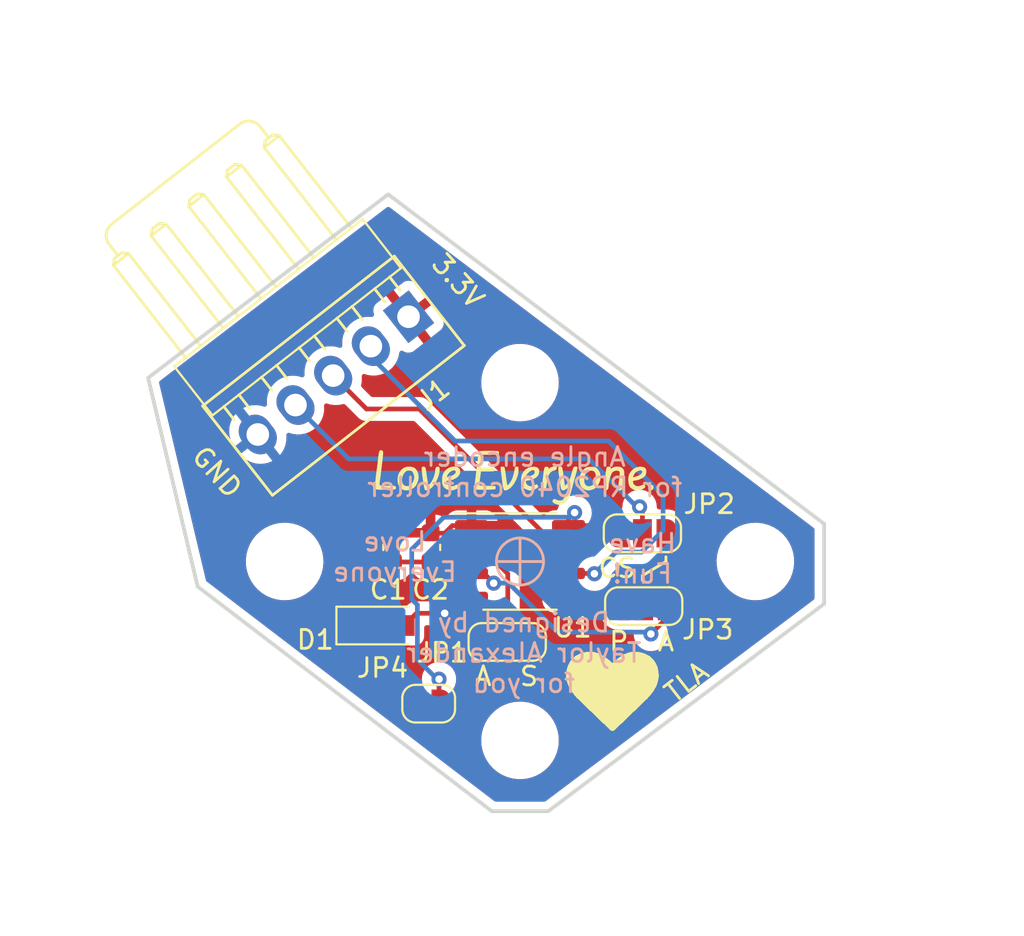
<source format=kicad_pcb>
(kicad_pcb (version 20211014) (generator pcbnew)
  (layers (0 "F.Cu" signal) (31 "B.Cu" signal) (34 "B.Paste" user) (35 "F.Paste" user) (36 "B.SilkS" user "B.Silkscreen") (37 "F.SilkS" user "F.Silkscreen") (38 "B.Mask" user) (39 "F.Mask" user) (44 "Edge.Cuts" user))
  (net 0 "")
  (net 1 "GND")
  (net 2 "+3V3")
  (net 3 "SPI0RX{slash}A")
  (net 4 "SPI0CS{slash}B")
  (net 5 "SPI0SCK{slash}C")
  (net 6 "Net-(JP1-Pad2)")
  (net 7 "Net-(JP3-Pad1)")
  (net 8 "Net-(JP3-Pad3)")
  (net 9 "Net-(JP4-Pad2)")
  (net 10 "Net-(JP3-Pad2)")
  (footprint "Capacitor_SMD:C_0603_1608Metric" (layer "F.Cu") (at 143.25 99.25 90)
    (fp_text reference "C1" (at -2.25 -0.25 180) (layer "F.SilkS"))
    (fp_text value "1u")
    (pad "1" smd roundrect locked (at -0.775 0 90) (size 0.9 0.95) (layers "F.Cu" "F.Paste" "F.Mask") (net 1 "GND"))
    (pad "2" smd roundrect locked (at 0.775 0 90) (size 0.9 0.95) (layers "F.Cu" "F.Paste" "F.Mask") (net 2 "+3V3"))
  )
  (footprint "Jumper:SolderJumper-3_P1.3mm_Open_RoundedPad1.0x1.5mm_NumberLabels" (layer "F.Cu") (at 156.57 102.37)
    (fp_text reference "JP3" (at 3.4 1.25) (layer "F.SilkS"))
    (fp_text value "SolderJumper_3_Open" hide)
    (pad "1" smd custom locked (at -1.3 0) (size 1 0.5) (layers "F.Cu" "F.Mask") (net 7 "Net-(JP3-Pad1)") (options (clearance outline) (anchor rect)) (primitives (gr_circle (center 0 0.25) (end 0.5 0.25) (width 0) (fill yes)) (gr_circle (center 0 -0.25) (end 0.5 -0.25) (width 0) (fill yes)) (gr_poly (pts (xy 0.55 0.75) (xy 0 0.75) (xy 0 -0.75) (xy 0.55 -0.75)) (width 0) (fill yes))))
    (pad "2" smd rect locked (at 0 0) (size 1 1.5) (layers "F.Cu" "F.Mask") (net 10 "Net-(JP3-Pad2)"))
    (pad "3" smd custom locked (at 1.3 0) (size 1 0.5) (layers "F.Cu" "F.Mask") (net 8 "Net-(JP3-Pad3)") (options (clearance outline) (anchor rect)) (primitives (gr_circle (center 0 0.25) (end 0.5 0.25) (width 0) (fill yes)) (gr_circle (center 0 -0.25) (end 0.5 -0.25) (width 0) (fill yes)) (gr_poly (pts (xy 0 0.75) (xy -0.55 0.75) (xy -0.55 -0.75) (xy 0 -0.75)) (width 0) (fill yes))))
  )
  (footprint "Jumper:SolderJumper-2_P1.3mm_Open_RoundedPad1.0x1.5mm" (layer "F.Cu") (at 145.15 107.55)
    (fp_text reference "JP4" (at -2.45 -1.9) (layer "F.SilkS"))
    (fp_text value "SolderJumper_2_Open")
    (pad "1" smd custom locked (at -0.65 0) (size 1 0.5) (layers "F.Cu" "F.Mask") (net 2 "+3V3") (options (clearance outline) (anchor rect)) (primitives (gr_circle (center 0 0.25) (end 0.5 0.25) (width 0) (fill yes)) (gr_circle (center 0 -0.25) (end 0.5 -0.25) (width 0) (fill yes)) (gr_poly (pts (xy 0.5 0.75) (xy 0 0.75) (xy 0 -0.75) (xy 0.5 -0.75)) (width 0) (fill yes))))
    (pad "2" smd custom locked (at 0.65 0) (size 1 0.5) (layers "F.Cu" "F.Mask") (net 9 "Net-(JP4-Pad2)") (options (clearance outline) (anchor rect)) (primitives (gr_circle (center 0 0.25) (end 0.5 0.25) (width 0) (fill yes)) (gr_circle (center 0 -0.25) (end 0.5 -0.25) (width 0) (fill yes)) (gr_poly (pts (xy 0 0.75) (xy -0.5 0.75) (xy -0.5 -0.75) (xy 0 -0.75)) (width 0) (fill yes))))
  )
  (footprint "Jumper:SolderJumper-3_P1.3mm_Open_RoundedPad1.0x1.5mm_NumberLabels" (layer "F.Cu") (at 156.5 98.5)
    (fp_text reference "JP2" (at 3.55 -1.55 180) (layer "F.SilkS"))
    (fp_text value "SolderJumper_3_Open" hide)
    (pad "1" smd custom locked (at -1.3 0) (size 1 0.5) (layers "F.Cu" "F.Mask") (net 9 "Net-(JP4-Pad2)") (options (clearance outline) (anchor rect)) (primitives (gr_circle (center 0 0.25) (end 0.5 0.25) (width 0) (fill yes)) (gr_circle (center 0 -0.25) (end 0.5 -0.25) (width 0) (fill yes)) (gr_poly (pts (xy 0.55 0.75) (xy 0 0.75) (xy 0 -0.75) (xy 0.55 -0.75)) (width 0) (fill yes))))
    (pad "2" smd rect locked (at 0 0) (size 1 1.5) (layers "F.Cu" "F.Mask") (net 5 "SPI0SCK{slash}C"))
    (pad "3" smd custom locked (at 1.3 0) (size 1 0.5) (layers "F.Cu" "F.Mask") (net 10 "Net-(JP3-Pad2)") (options (clearance outline) (anchor rect)) (primitives (gr_circle (center 0 0.25) (end 0.5 0.25) (width 0) (fill yes)) (gr_circle (center 0 -0.25) (end 0.5 -0.25) (width 0) (fill yes)) (gr_poly (pts (xy 0 0.75) (xy -0.55 0.75) (xy -0.55 -0.75) (xy 0 -0.75)) (width 0) (fill yes))))
  )
  (footprint "Jumper:SolderJumper-3_P1.3mm_Open_RoundedPad1.0x1.5mm_NumberLabels" (layer "F.Cu") (at 149.32 104.27)
    (fp_text reference "JP1" (at -3.45 0.57) (layer "F.SilkS"))
    (fp_text value "SolderJumper_3_Open" hide)
    (pad "1" smd custom locked (at -1.3 0) (size 1 0.5) (layers "F.Cu" "F.Mask") (net 1 "GND") (options (clearance outline) (anchor rect)) (primitives (gr_circle (center 0 0.25) (end 0.5 0.25) (width 0) (fill yes)) (gr_circle (center 0 -0.25) (end 0.5 -0.25) (width 0) (fill yes)) (gr_poly (pts (xy 0.55 0.75) (xy 0 0.75) (xy 0 -0.75) (xy 0.55 -0.75)) (width 0) (fill yes))))
    (pad "2" smd rect locked (at 0 0) (size 1 1.5) (layers "F.Cu" "F.Mask") (net 6 "Net-(JP1-Pad2)"))
    (pad "3" smd custom locked (at 1.3 0) (size 1 0.5) (layers "F.Cu" "F.Mask") (net 2 "+3V3") (options (clearance outline) (anchor rect)) (primitives (gr_circle (center 0 0.25) (end 0.5 0.25) (width 0) (fill yes)) (gr_circle (center 0 -0.25) (end 0.5 -0.25) (width 0) (fill yes)) (gr_poly (pts (xy 0 0.75) (xy -0.55 0.75) (xy -0.55 -0.75) (xy 0 -0.75)) (width 0) (fill yes))))
  )
  (footprint "parts:MountingHole_3.1mm" (layer "F.Cu") (at 162.5 100)
    (fp_text reference "H3" hide)
    (fp_text value "MountingHole")
    (pad "" np_thru_hole circle (at 0 0) (size 3.1 3.1) (drill 3.1) (layers F&B.Cu *.Mask))
  )
  (footprint "parts:MountingHole_3.1mm" (layer "F.Cu") (at 137.5 100)
    (fp_text reference "H4" hide)
    (fp_text value "MountingHole")
    (pad "" np_thru_hole circle (at 0 0) (size 3.1 3.1) (drill 3.1) (layers F&B.Cu *.Mask))
  )
  (footprint "parts:MountingHole_3.1mm" (layer "F.Cu") (at 150 109.5)
    (fp_text reference "H1" hide)
    (fp_text value "MountingHole")
    (pad "" np_thru_hole circle (at 0 0) (size 3.1 3.1) (drill 3.1) (layers F&B.Cu *.Mask))
  )
  (footprint "Diode_SMD:D_SOD-123F" (layer "F.Cu") (at 142.45 103.4)
    (fp_text reference "D1" (at -3.323 0.755) (layer "F.SilkS"))
    (fp_text value "6v")
    (pad "1" smd rect locked (at -1.4 0) (size 1.1 1.1) (layers "F.Cu" "F.Paste" "F.Mask") (net 2 "+3V3"))
    (pad "2" smd rect locked (at 1.4 0) (size 1.1 1.1) (layers "F.Cu" "F.Paste" "F.Mask") (net 1 "GND"))
  )
  (footprint "parts:love_small" (layer "F.Cu") (at 149.746259 95.4716)
    (fp_text reference "U2" hide)
    (fp_text value "love" hide)
  )
  (footprint "parts:Molex_KK-254_1x05_P2.54mm_Horizontal" (layer "F.Cu") (at 144.08 87 -142)
    (fp_text reference "J1" (at 1.509298 -4.06072 -142) (layer "F.SilkS"))
    (fp_text value "Conn_01x05")
    (pad "1" thru_hole rect locked (at 0 0 218) (size 1.74 2.2) (drill 1.2) (layers *.Cu *.Mask) (net 2 "+3V3"))
    (pad "2" thru_hole oval locked (at 2.54 0 218) (size 1.74 2.2) (drill 1.2) (layers *.Cu *.Mask) (net 3 "SPI0RX{slash}A"))
    (pad "3" thru_hole oval locked (at 5.08 0 218) (size 1.74 2.2) (drill 1.2) (layers *.Cu *.Mask) (net 4 "SPI0CS{slash}B"))
    (pad "4" thru_hole oval locked (at 7.62 0 218) (size 1.74 2.2) (drill 1.2) (layers *.Cu *.Mask) (net 5 "SPI0SCK{slash}C"))
    (pad "5" thru_hole oval locked (at 10.16 0 218) (size 1.74 2.2) (drill 1.2) (layers *.Cu *.Mask) (net 1 "GND"))
  )
  (footprint "Capacitor_SMD:C_0603_1608Metric" (layer "F.Cu") (at 145.25 99.25 -90)
    (fp_text reference "C2" (at 2.25 0 180) (layer "F.SilkS"))
    (fp_text value "0.1uF")
    (pad "1" smd roundrect locked (at -0.775 0 270) (size 0.9 0.95) (layers "F.Cu" "F.Paste" "F.Mask") (net 2 "+3V3"))
    (pad "2" smd roundrect locked (at 0.775 0 270) (size 0.9 0.95) (layers "F.Cu" "F.Paste" "F.Mask") (net 1 "GND"))
  )
  (footprint "Package_SO:SO-8_3.9x4.9mm_P1.27mm" (layer "F.Cu") (at 150 100)
    (fp_text reference "U1" (at 2.8 3.515) (layer "F.SilkS"))
    (fp_text value "MT6701")
    (pad "1" smd roundrect locked (at -2.575 -1.905) (size 1.75 0.6) (layers "F.Cu" "F.Paste" "F.Mask") (net 2 "+3V3"))
    (pad "2" smd roundrect locked (at -2.575 -0.635) (size 1.75 0.6) (layers "F.Cu" "F.Paste" "F.Mask") (net 6 "Net-(JP1-Pad2)"))
    (pad "3" smd roundrect locked (at -2.575 0.635) (size 1.75 0.6) (layers "F.Cu" "F.Paste" "F.Mask") (net 8 "Net-(JP3-Pad3)"))
    (pad "4" smd roundrect locked (at -2.575 1.905) (size 1.75 0.6) (layers "F.Cu" "F.Paste" "F.Mask") (net 1 "GND"))
    (pad "5" smd roundrect locked (at 2.575 1.905) (size 1.75 0.6) (layers "F.Cu" "F.Paste" "F.Mask") (net 7 "Net-(JP3-Pad1)"))
    (pad "6" smd roundrect locked (at 2.575 0.635) (size 1.75 0.6) (layers "F.Cu" "F.Paste" "F.Mask") (net 3 "SPI0RX{slash}A"))
    (pad "7" smd roundrect locked (at 2.575 -0.635) (size 1.75 0.6) (layers "F.Cu" "F.Paste" "F.Mask") (net 4 "SPI0CS{slash}B"))
    (pad "8" smd roundrect locked (at 2.575 -1.905) (size 1.75 0.6) (layers "F.Cu" "F.Paste" "F.Mask") (net 9 "Net-(JP4-Pad2)"))
  )
  (footprint "parts:MountingHole_3.1mm" (layer "F.Cu") (at 150 90.5)
    (fp_text reference "H2" hide)
    (fp_text value "MountingHole")
    (pad "" np_thru_hole circle (at 0 0) (size 3.1 3.1) (drill 3.1) (layers F&B.Cu *.Mask))
  )
  (gr_line (start 150 98.75) (end 150 101.25) (layer "B.SilkS") (width 0.15))
  (gr_circle (center 150 100) (end 151 99.25) (layer "B.SilkS") (width 0.15) (fill none))
  (gr_line (start 148.75 100) (end 151.25 100) (layer "B.SilkS") (width 0.15))
  (gr_line (start 147.032909 88.52806) (end 143.326627 83.784235) (layer "F.SilkS") (width 0.15))
  (gr_line (start 147.05 88.52806) (end 136.85181 96.482406) (layer "F.SilkS") (width 0.15))
  (gr_line (start 143.326627 83.784235) (end 133.145528 91.738581) (layer "F.SilkS") (width 0.15))
  (gr_line (start 156.5 101) (end 156.5 100.75) (layer "F.SilkS") (width 0.15))
  (gr_line (start 156.5 100.75) (end 157.75 100) (layer "F.SilkS") (width 0.15))
  (gr_line (start 136.85181 96.482406) (end 133.145528 91.738581) (layer "F.SilkS") (width 0.15))
  (gr_line (start 157.75 100) (end 157.75 99.75) (layer "F.SilkS") (width 0.15))
  (gr_line (start 148.5 113.26) (end 132.88 101.33) (layer "Edge.Cuts") (width 0.2))
  (gr_line (start 143 80.5) (end 166.15 98) (layer "Edge.Cuts") (width 0.2))
  (gr_line (start 151.5 113.26) (end 148.5 113.26) (layer "Edge.Cuts") (width 0.2))
  (gr_line (start 166.15 102.25) (end 151.5 113.26) (layer "Edge.Cuts") (width 0.2))
  (gr_line (start 130.25 90.25) (end 143 80.5) (layer "Edge.Cuts") (width 0.2))
  (gr_line (start 166.15 98) (end 166.15 102.25) (layer "Edge.Cuts") (width 0.2))
  (gr_line (start 132.88 101.33) (end 130.25 90.25) (layer "Edge.Cuts") (width 0.2))
  (gr_text "Designed by\nTaylor Alexander\nfor you" (at 150.2 104.85) (layer "B.SilkS") (effects (font (size 1 1)) (justify mirror)))
  (gr_text "Love\nEveryone" (at 143.35 99.75) (layer "B.SilkS") (effects (font (size 1 1)) (justify mirror)))
  (gr_text "Have\nFun!" (at 156.5 99.85) (layer "B.SilkS") (effects (font (size 1 1)) (justify mirror)))
  (gr_text "Angle encoder\nfor RP2040 controller" (at 150.25 95.25) (layer "B.SilkS") (effects (font (size 1 1)) (justify mirror)))
  (gr_text "A" (at 157.75 104.25) (layer "F.SilkS") (effects (font (size 1 1))))
  (gr_text "CS" (at 155.15 100.35) (layer "F.SilkS") (effects (font (size 1 1))))
  (gr_text "A" (at 148.05 106.09) (layer "F.SilkS") (effects (font (size 1 1))))
  (gr_text "3.3V" (at 146.7 85.1 312) (layer "F.SilkS") (effects (font (size 1 1))))
  (gr_text "S" (at 150.48 106.1) (layer "F.SilkS") (effects (font (size 1 1))))
  (gr_text "TLA" (at 158.85 106.4 38) (layer "F.SilkS") (effects (font (size 1 1))))
  (gr_text "GND" (at 133.9 95.25 312) (layer "F.SilkS") (effects (font (size 1 1))))
  (gr_text "P" (at 155.25 104.25) (layer "F.SilkS") (effects (font (size 1 1))))
  (segment (start 148.025 104.275) (end 146.5 102.75) (width 0.25) (layer "F.Cu") (net 1))
  (segment (start 146.845 101.905) (end 146 102.75) (width 0.25) (layer "F.Cu") (net 1))
  (segment (start 143.25 100.025) (end 145.25 100.025) (width 0.25) (layer "F.Cu") (net 1))
  (segment (start 146 101) (end 146 102.75) (width 0.25) (layer "F.Cu") (net 1))
  (segment (start 144.5 102.75) (end 143.85 103.4) (width 0.25) (layer "F.Cu") (net 1))
  (segment (start 146.5 102.75) (end 146 102.75) (width 0.25) (layer "F.Cu") (net 1))
  (segment (start 146 102.75) (end 144.5 102.75) (width 0.25) (layer "F.Cu") (net 1))
  (segment (start 145.25 100.025) (end 145.25 100.25) (width 0.25) (layer "F.Cu") (net 1))
  (segment (start 145.25 100.25) (end 146 101) (width 0.25) (layer "F.Cu") (net 1))
  (segment (start 147.425 101.905) (end 146.845 101.905) (width 0.25) (layer "F.Cu") (net 1))
  (via (at 146 102.75) (size 0.8) (drill 0.4) (layers "F.Cu" "B.Cu") (net 1))
  (segment (start 146 98.5) (end 145.275 98.5) (width 0.25) (layer "F.Cu") (net 2))
  (segment (start 145.275 98.5) (end 145.25 98.475) (width 0.25) (layer "F.Cu") (net 2))
  (segment (start 146.405 98.095) (end 146 98.5) (width 0.25) (layer "F.Cu") (net 2))
  (segment (start 147.425 98.095) (end 146.405 98.095) (width 0.25) (layer "F.Cu") (net 2))
  (segment (start 152.575 100.635) (end 153.935 100.635) (width 0.25) (layer "F.Cu") (net 3))
  (segment (start 153.935 100.635) (end 153.95 100.65) (width 0.25) (layer "F.Cu") (net 3))
  (via (at 153.95 100.65) (size 0.8) (drill 0.4) (layers "F.Cu" "B.Cu") (net 3))
  (segment (start 156.45 99.5) (end 157.6 98.35) (width 0.25) (layer "B.Cu") (net 3))
  (segment (start 155.1 99.5) (end 156.45 99.5) (width 0.25) (layer "B.Cu") (net 3))
  (segment (start 157.6 98.35) (end 157.6 96.5) (width 0.25) (layer "B.Cu") (net 3))
  (segment (start 142.078453 89.128453) (end 142.078453 88.56378) (width 0.25) (layer "B.Cu") (net 3))
  (segment (start 146.55 93.6) (end 142.078453 89.128453) (width 0.25) (layer "B.Cu") (net 3))
  (segment (start 153.95 100.65) (end 155.1 99.5) (width 0.25) (layer "B.Cu") (net 3))
  (segment (start 157.6 96.5) (end 154.7 93.6) (width 0.25) (layer "B.Cu") (net 3))
  (segment (start 154.7 93.6) (end 146.55 93.6) (width 0.25) (layer "B.Cu") (net 3))
  (segment (start 140.076905 90.576905) (end 140.076905 90.12756) (width 0.25) (layer "F.Cu") (net 4))
  (segment (start 144.65 91.9) (end 141.849345 91.9) (width 0.25) (layer "F.Cu") (net 4))
  (segment (start 152.575 99.365) (end 152.115 99.365) (width 0.25) (layer "F.Cu") (net 4))
  (segment (start 152.115 99.365) (end 144.65 91.9) (width 0.25) (layer "F.Cu") (net 4))
  (segment (start 141.849345 91.9) (end 140.076905 90.12756) (width 0.25) (layer "F.Cu") (net 4))
  (segment (start 156.5 97.25) (end 156.5 98.5) (width 0.25) (layer "F.Cu") (net 5))
  (segment (start 156.35 97.1) (end 156.5 97.25) (width 0.25) (layer "F.Cu") (net 5))
  (via (at 156.35 97.1) (size 0.8) (drill 0.4) (layers "F.Cu" "B.Cu") (net 5))
  (segment (start 153.65 94.55) (end 140.9 94.55) (width 0.25) (layer "B.Cu") (net 5))
  (segment (start 156.2 97.1) (end 153.65 94.55) (width 0.25) (layer "B.Cu") (net 5))
  (segment (start 138.075358 91.725358) (end 138.075358 91.69134) (width 0.25) (layer "B.Cu") (net 5))
  (segment (start 156.35 97.1) (end 156.2 97.1) (width 0.25) (layer "B.Cu") (net 5))
  (segment (start 140.9 94.55) (end 138.075358 91.725358) (width 0.25) (layer "B.Cu") (net 5))
  (segment (start 149.35 104.25) (end 149.325 104.275) (width 0.25) (layer "F.Cu") (net 6))
  (segment (start 148.065 99.365) (end 149.35 100.65) (width 0.25) (layer "F.Cu") (net 6))
  (segment (start 149.35 100.65) (end 149.35 104.25) (width 0.25) (layer "F.Cu") (net 6))
  (segment (start 147.425 99.365) (end 148.065 99.365) (width 0.25) (layer "F.Cu") (net 6))
  (segment (start 154.805 101.905) (end 155.27 102.37) (width 0.25) (layer "F.Cu") (net 7))
  (segment (start 152.575 101.905) (end 154.805 101.905) (width 0.25) (layer "F.Cu") (net 7))
  (segment (start 148.085 100.635) (end 147.425 100.635) (width 0.25) (layer "F.Cu") (net 8))
  (segment (start 156.95 103.85) (end 157.87 102.93) (width 0.25) (layer "F.Cu") (net 8))
  (segment (start 157.87 102.93) (end 157.87 102.37) (width 0.25) (layer "F.Cu") (net 8))
  (segment (start 148.6 101.15) (end 148.085 100.635) (width 0.25) (layer "F.Cu") (net 8))
  (via (at 156.95 103.85) (size 0.8) (drill 0.4) (layers "F.Cu" "B.Cu") (net 8))
  (via (at 148.6 101.15) (size 0.8) (drill 0.4) (layers "F.Cu" "B.Cu") (net 8))
  (segment (start 156.85 103.75) (end 152 103.75) (width 0.25) (layer "B.Cu") (net 8))
  (segment (start 156.95 103.85) (end 156.85 103.75) (width 0.25) (layer "B.Cu") (net 8))
  (segment (start 152 103.75) (end 149.4 101.15) (width 0.25) (layer "B.Cu") (net 8))
  (segment (start 149.4 101.15) (end 148.6 101.15) (width 0.25) (layer "B.Cu") (net 8))
  (segment (start 145.7 106.25) (end 145.7 107.45) (width 0.25) (layer "F.Cu") (net 9))
  (segment (start 152.575 98.095) (end 152.575 97.725) (width 0.25) (layer "F.Cu") (net 9))
  (segment (start 145.7 107.45) (end 145.8 107.55) (width 0.25) (layer "F.Cu") (net 9))
  (segment (start 154.25 98.5) (end 153.845 98.095) (width 0.25) (layer "F.Cu") (net 9))
  (segment (start 152.575 97.725) (end 152.9 97.4) (width 0.25) (layer "F.Cu") (net 9))
  (segment (start 155.2 98.5) (end 154.25 98.5) (width 0.25) (layer "F.Cu") (net 9))
  (segment (start 153.845 98.095) (end 152.575 98.095) (width 0.25) (layer "F.Cu") (net 9))
  (via (at 152.9 97.4) (size 0.8) (drill 0.4) (layers "F.Cu" "B.Cu") (net 9))
  (via (at 145.7 106.25) (size 0.8) (drill 0.4) (layers "F.Cu" "B.Cu") (net 9))
  (segment (start 144.45 102.2) (end 144.55 102.3) (width 0.25) (layer "B.Cu") (net 9))
  (segment (start 144.25 99.35) (end 144.25 102) (width 0.25) (layer "B.Cu") (net 9))
  (segment (start 152.65 97.65) (end 148.95 97.65) (width 0.25) (layer "B.Cu") (net 9))
  (segment (start 152.9 97.4) (end 152.65 97.65) (width 0.25) (layer "B.Cu") (net 9))
  (segment (start 144.55 102.3) (end 144.55 105.2) (width 0.25) (layer "B.Cu") (net 9))
  (segment (start 144.55 105.2) (end 145.6 106.25) (width 0.25) (layer "B.Cu") (net 9))
  (segment (start 145.6 106.25) (end 145.7 106.25) (width 0.25) (layer "B.Cu") (net 9))
  (segment (start 148.95 97.65) (end 145.95 97.65) (width 0.25) (layer "B.Cu") (net 9))
  (segment (start 145.95 97.65) (end 144.25 99.35) (width 0.25) (layer "B.Cu") (net 9))
  (segment (start 144.25 102) (end 144.45 102.2) (width 0.25) (layer "B.Cu") (net 9))
  (segment (start 156.5 102.3) (end 156.5 100.75) (width 0.25) (layer "F.Cu") (net 10))
  (segment (start 157 100.25) (end 157.5 100.25) (width 0.25) (layer "F.Cu") (net 10))
  (segment (start 156.57 102.37) (end 156.5 102.3) (width 0.25) (layer "F.Cu") (net 10))
  (segment (start 157.5 100.25) (end 157.8 99.95) (width 0.25) (layer "F.Cu") (net 10))
  (segment (start 157.8 99.95) (end 157.8 98.5) (width 0.25) (layer "F.Cu") (net 10))
  (segment (start 156.5 100.75) (end 157 100.25) (width 0.25) (layer "F.Cu") (net 10))
  (zone (net 2) (net_name "+3V3") (layer "F.Cu") (connect_pads (clearance 0.508)) (min_thickness 0.254) (fill yes (thermal_gap 0.508) (thermal_bridge_width 0.508))
    (polygon (pts (xy 167 114) (xy 129 114) (xy 129 79) (xy 167 79)))
  )
  (zone (net 1) (net_name "GND") (layer "B.Cu") (connect_pads (clearance 0.508)) (min_thickness 0.254) (fill yes (thermal_gap 0.508) (thermal_bridge_width 0.508))
    (polygon (pts (xy 167 114) (xy 129 114) (xy 129 79) (xy 167 79)))
  )
  (zone (net 0) (net_name "") (layer "F.SilkS") (connect_pads (clearance 0.508)) (min_thickness 0.254) (fill yes (thermal_gap 0.508) (thermal_bridge_width 0.508))
    (polygon (pts (xy 153.969 104.8238) (xy 154.0706 104.8238) (xy 154.0706 104.8492) (xy 154.1468 104.8492) (xy 154.1468 104.8746) (xy 154.1976 104.8746) (xy 154.1976 104.9) (xy 154.2738 104.9) (xy 154.2738 104.9254) (xy 154.3246 104.9254) (xy 154.3246 104.9508) (xy 154.35 104.9508) (xy 154.35 104.9762) (xy 154.4008 104.9762) (xy 154.4008 105.0016) (xy 154.4516 105.0016) (xy 154.4516 105.027) (xy 154.477 105.027) (xy 154.477 105.0524) (xy 154.5278 105.0524) (xy 154.5278 105.0778) (xy 154.5532 105.0778) (xy 154.5532 105.1032) (xy 154.5786 105.1032) (xy 154.5786 105.1286) (xy 154.6294 105.1286) (xy 154.6294 105.154) (xy 154.6548 105.154) (xy 154.6548 105.1794) (xy 154.6802 105.1794) (xy 154.6802 105.2048) (xy 154.731 105.2048) (xy 154.731 105.2302) (xy 154.7564 105.2302) (xy 154.7564 105.2556) (xy 154.7818 105.2556) (xy 154.7818 105.281) (xy 154.8072 105.281) (xy 154.8072 105.3064) (xy 154.8326 105.3064) (xy 154.8326 105.3318) (xy 154.858 105.3318) (xy 154.858 105.3572) (xy 154.8834 105.3572) (xy 154.8834 105.3826) (xy 154.9342 105.3826) (xy 154.9342 105.3572) (xy 154.9596 105.3572) (xy 154.9596 105.3318) (xy 154.985 105.3318) (xy 154.985 105.3064) (xy 155.0104 105.3064) (xy 155.0104 105.281) (xy 155.0358 105.281) (xy 155.0358 105.2556) (xy 155.0612 105.2556) (xy 155.0612 105.2302) (xy 155.0866 105.2302) (xy 155.0866 105.2048) (xy 155.1374 105.2048) (xy 155.1374 105.1794) (xy 155.1628 105.1794) (xy 155.1628 105.154) (xy 155.1882 105.154) (xy 155.1882 105.1286) (xy 155.2136 105.1286) (xy 155.2136 105.1032) (xy 155.2644 105.1032) (xy 155.2644 105.0778) (xy 155.2898 105.0778) (xy 155.2898 105.0524) (xy 155.3406 105.0524) (xy 155.3406 105.027) (xy 155.366 105.027) (xy 155.366 105.0016) (xy 155.4168 105.0016) (xy 155.4168 104.9762) (xy 155.4422 104.9762) (xy 155.4422 104.9508) (xy 155.493 104.9508) (xy 155.493 104.9254) (xy 155.5438 104.9254) (xy 155.5438 104.9) (xy 155.62 104.9) (xy 155.62 104.8746) (xy 155.6708 104.8746) (xy 155.6708 104.8492) (xy 155.747 104.8492) (xy 155.747 104.8238) (xy 155.8486 104.8238) (xy 155.8486 104.7984) (xy 156.3566 104.7984) (xy 156.3566 104.8238) (xy 156.4836 104.8238) (xy 156.4836 104.8492) (xy 156.5598 104.8492) (xy 156.5598 104.8746) (xy 156.636 104.8746) (xy 156.636 104.9) (xy 156.6868 104.9) (xy 156.6868 104.9254) (xy 156.7376 104.9254) (xy 156.7376 104.9508) (xy 156.7884 104.9508) (xy 156.7884 104.9762) (xy 156.8392 104.9762) (xy 156.8392 105.0016) (xy 156.89 105.0016) (xy 156.89 105.027) (xy 156.9154 105.027) (xy 156.9154 105.0524) (xy 156.9408 105.0524) (xy 156.9408 105.0778) (xy 156.9662 105.0778) (xy 156.9662 105.1032) (xy 156.9916 105.1032) (xy 156.9916 105.1286) (xy 157.0424 105.1286) (xy 157.0424 105.1794) (xy 157.0678 105.1794) (xy 157.0678 105.2048) (xy 157.0932 105.2048) (xy 157.0932 105.2302) (xy 157.1186 105.2302) (xy 157.1186 105.2556) (xy 157.144 105.2556) (xy 157.144 105.3064) (xy 157.1694 105.3064) (xy 157.1694 105.3318) (xy 157.1948 105.3318) (xy 157.1948 105.3826) (xy 157.2202 105.3826) (xy 157.2202 105.4334) (xy 157.2456 105.4334) (xy 157.2456 105.4842) (xy 157.271 105.4842) (xy 157.271 105.535) (xy 157.2964 105.535) (xy 157.2964 105.6112) (xy 157.3218 105.6112) (xy 157.3218 105.7382) (xy 157.3472 105.7382) (xy 157.3472 105.916) (xy 157.3726 105.916) (xy 157.3726 106.1954) (xy 157.3472 106.1954) (xy 157.3472 106.3478) (xy 157.3218 106.3478) (xy 157.3218 106.4494) (xy 157.2964 106.4494) (xy 157.2964 106.5256) (xy 157.271 106.5256) (xy 157.271 106.6018) (xy 157.2456 106.6018) (xy 157.2456 106.6526) (xy 157.2202 106.6526) (xy 157.2202 106.7034) (xy 157.1948 106.7034) (xy 157.1948 106.7288) (xy 157.1694 106.7288) (xy 157.1694 106.7796) (xy 157.144 106.7796) (xy 157.144 106.8304) (xy 157.1186 106.8304) (xy 157.1186 106.8812) (xy 157.0932 106.8812) (xy 157.0932 106.9066) (xy 157.0678 106.9066) (xy 157.0678 106.932) (xy 157.0424 106.932) (xy 157.0424 106.9828) (xy 157.017 106.9828) (xy 157.017 107.0082) (xy 156.9916 107.0082) (xy 156.9916 107.0336) (xy 156.9662 107.0336) (xy 156.9662 107.0844) (xy 156.9408 107.0844) (xy 156.9408 107.1098) (xy 156.9154 107.1098) (xy 156.9154 107.1352) (xy 156.89 107.1352) (xy 156.89 107.1606) (xy 156.8646 107.1606) (xy 156.8646 107.186) (xy 156.8392 107.186) (xy 156.8392 107.2114) (xy 156.8138 107.2114) (xy 156.8138 107.2368) (xy 156.7884 107.2368) (xy 156.7884 107.2876) (xy 156.763 107.2876) (xy 156.763 107.313) (xy 156.7376 107.313) (xy 156.7376 107.3384) (xy 156.6868 107.3384) (xy 156.6868 107.3638) (xy 156.6614 107.3638) (xy 156.6614 107.3892) (xy 156.636 107.3892) (xy 156.636 107.4146) (xy 156.6106 107.4146) (xy 156.6106 107.44) (xy 156.5852 107.44) (xy 156.5852 107.4654) (xy 156.5598 107.4654) (xy 156.5598 107.4908) (xy 156.5344 107.4908) (xy 156.5344 107.5162) (xy 156.509 107.5162) (xy 156.509 107.5416) (xy 156.4836 107.5416) (xy 156.4836 107.567) (xy 156.4582 107.567) (xy 156.4582 107.5924) (xy 156.4328 107.5924) (xy 156.4328 107.6178) (xy 156.4074 107.6178) (xy 156.4074 107.6432) (xy 156.382 107.6432) (xy 156.382 107.6686) (xy 156.3566 107.6686) (xy 156.3566 107.694) (xy 156.3312 107.694) (xy 156.3312 107.7194) (xy 156.3058 107.7194) (xy 156.3058 107.7448) (xy 156.2804 107.7448) (xy 156.2804 107.7702) (xy 156.255 107.7702) (xy 156.255 107.7956) (xy 156.2296 107.7956) (xy 156.2296 107.821) (xy 156.2042 107.821) (xy 156.2042 107.8464) (xy 156.1788 107.8464) (xy 156.1788 107.8718) (xy 156.1534 107.8718) (xy 156.1534 107.8972) (xy 156.128 107.8972) (xy 156.128 107.9226) (xy 156.1026 107.9226) (xy 156.1026 107.948) (xy 156.0772 107.948) (xy 156.0772 107.9734) (xy 156.0264 107.9734) (xy 156.0264 107.9988) (xy 156.001 107.9988) (xy 156.001 108.0242) (xy 155.9756 108.0242) (xy 155.9756 108.0496) (xy 155.9502 108.0496) (xy 155.9502 108.075) (xy 155.9248 108.075) (xy 155.9248 108.1004) (xy 155.8994 108.1004) (xy 155.8994 108.1258) (xy 155.874 108.1258) (xy 155.874 108.1512) (xy 155.8486 108.1512) (xy 155.8486 108.1766) (xy 155.8232 108.1766) (xy 155.8232 108.202) (xy 155.7978 108.202) (xy 155.7978 108.2274) (xy 155.7724 108.2274) (xy 155.7724 108.2528) (xy 155.747 108.2528) (xy 155.747 108.2782) (xy 155.7216 108.2782) (xy 155.7216 108.3036) (xy 155.6962 108.3036) (xy 155.6962 108.329) (xy 155.6708 108.329) (xy 155.6708 108.3544) (xy 155.6454 108.3544) (xy 155.6454 108.3798) (xy 155.62 108.3798) (xy 155.62 108.4052) (xy 155.5946 108.4052) (xy 155.5946 108.4306) (xy 155.5692 108.4306) (xy 155.5692 108.456) (xy 155.5438 108.456) (xy 155.5438 108.4814) (xy 155.5184 108.4814) (xy 155.5184 108.5068) (xy 155.493 108.5068) (xy 155.493 108.5322) (xy 155.4676 108.5322) (xy 155.4676 108.5576) (xy 155.4422 108.5576) (xy 155.4422 108.583) (xy 155.4168 108.583) (xy 155.4168 108.6084) (xy 155.3914 108.6084) (xy 155.3914 108.6338) (xy 155.3406 108.6338) (xy 155.3406 108.6592) (xy 155.3152 108.6592) (xy 155.3152 108.6846) (xy 155.2898 108.6846) (xy 155.2898 108.71) (xy 155.2644 108.71) (xy 155.2644 108.7354) (xy 155.239 108.7354) (xy 155.239 108.7608) (xy 155.2136 108.7608) (xy 155.2136 108.7862) (xy 155.1882 108.7862) (xy 155.1882 108.8116) (xy 155.1628 108.8116) (xy 155.1628 108.837) (xy 155.1374 108.837) (xy 155.1374 108.8624) (xy 155.112 108.8624) (xy 155.112 108.8878) (xy 155.0866 108.8878) (xy 155.0866 108.9132) (xy 155.0612 108.9132) (xy 155.0612 108.9386) (xy 155.0358 108.9386) (xy 155.0358 108.964) (xy 155.0104 108.964) (xy 155.0104 108.9894) (xy 154.9596 108.9894) (xy 154.9596 109.0148) (xy 154.858 109.0148) (xy 154.858 108.9894) (xy 154.8072 108.9894) (xy 154.8072 108.964) (xy 154.7818 108.964) (xy 154.7818 108.9386) (xy 154.7564 108.9386) (xy 154.7564 108.9132) (xy 154.731 108.9132) (xy 154.731 108.8878) (xy 154.7056 108.8878) (xy 154.7056 108.8624) (xy 154.6802 108.8624) (xy 154.6802 108.837) (xy 154.6548 108.837) (xy 154.6548 108.8116) (xy 154.6294 108.8116) (xy 154.6294 108.7862) (xy 154.604 108.7862) (xy 154.604 108.7608) (xy 154.5786 108.7608) (xy 154.5786 108.7354) (xy 154.5532 108.7354) (xy 154.5532 108.71) (xy 154.5278 108.71) (xy 154.5278 108.6846) (xy 154.5024 108.6846) (xy 154.5024 108.6592) (xy 154.477 108.6592) (xy 154.477 108.6338) (xy 154.4516 108.6338) (xy 154.4516 108.6084) (xy 154.4008 108.6084) (xy 154.4008 108.583) (xy 154.3754 108.583) (xy 154.3754 108.5576) (xy 154.35 108.5576) (xy 154.35 108.5322) (xy 154.3246 108.5322) (xy 154.3246 108.5068) (xy 154.2992 108.5068) (xy 154.2992 108.4814) (xy 154.2738 108.4814) (xy 154.2738 108.456) (xy 154.2484 108.456) (xy 154.2484 108.4306) (xy 154.223 108.4306) (xy 154.223 108.4052) (xy 154.1976 108.4052) (xy 154.1976 108.3798) (xy 154.1722 108.3798) (xy 154.1722 108.3544) (xy 154.1468 108.3544) (xy 154.1468 108.329) (xy 154.1214 108.329) (xy 154.1214 108.3036) (xy 154.096 108.3036) (xy 154.096 108.2782) (xy 154.0706 108.2782) (xy 154.0706 108.2528) (xy 154.0452 108.2528) (xy 154.0452 108.2274) (xy 154.0198 108.2274) (xy 154.0198 108.202) (xy 153.9944 108.202) (xy 153.9944 108.1766) (xy 153.969 108.1766) (xy 153.969 108.1512) (xy 153.9436 108.1512) (xy 153.9436 108.1258) (xy 153.9182 108.1258) (xy 153.9182 108.1004) (xy 153.8928 108.1004) (xy 153.8928 108.075) (xy 153.8674 108.075) (xy 153.8674 108.0496) (xy 153.842 108.0496) (xy 153.842 108.0242) (xy 153.8166 108.0242) (xy 153.8166 107.9988) (xy 153.7912 107.9988) (xy 153.7912 107.9734) (xy 153.7404 107.9734) (xy 153.7404 107.948) (xy 153.715 107.948) (xy 153.715 107.9226) (xy 153.6896 107.9226) (xy 153.6896 107.8972) (xy 153.6642 107.8972) (xy 153.6642 107.8718) (xy 153.6388 107.8718) (xy 153.6388 107.8464) (xy 153.6134 107.8464) (xy 153.6134 107.821) (xy 153.588 107.821) (xy 153.588 107.7956) (xy 153.5626 107.7956) (xy 153.5626 107.7702) (xy 153.5372 107.7702) (xy 153.5372 107.7448) (xy 153.5118 107.7448) (xy 153.5118 107.7194) (xy 153.4864 107.7194) (xy 153.4864 107.694) (xy 153.461 107.694) (xy 153.461 107.6686) (xy 153.4356 107.6686) (xy 153.4356 107.6432) (xy 153.4102 107.6432) (xy 153.4102 107.6178) (xy 153.3848 107.6178) (xy 153.3848 107.5924) (xy 153.3594 107.5924) (xy 153.3594 107.567) (xy 153.334 107.567) (xy 153.334 107.5416) (xy 153.3086 107.5416) (xy 153.3086 107.5162) (xy 153.2832 107.5162) (xy 153.2832 107.4908) (xy 153.2578 107.4908) (xy 153.2578 107.4654) (xy 153.2324 107.4654) (xy 153.2324 107.44) (xy 153.207 107.44) (xy 153.207 107.4146) (xy 153.1816 107.4146) (xy 153.1816 107.3892) (xy 153.1562 107.3892) (xy 153.1562 107.3638) (xy 153.1308 107.3638) (xy 153.1308 107.3384) (xy 153.08 107.3384) (xy 153.08 107.2876) (xy 153.0292 107.2876) (xy 153.0292 107.2622) (xy 153.0038 107.2622) (xy 153.0038 107.2368) (xy 152.9784 107.2368) (xy 152.9784 107.186) (xy 152.953 107.186) (xy 152.953 107.1606) (xy 152.9276 107.1606) (xy 152.9276 107.1352) (xy 152.9022 107.1352) (xy 152.9022 107.1098) (xy 152.8768 107.1098) (xy 152.8768 107.0844) (xy 152.8514 107.0844) (xy 152.8514 107.0336) (xy 152.826 107.0336) (xy 152.826 107.0082) (xy 152.8006 107.0082) (xy 152.8006 106.9828) (xy 152.7752 106.9828) (xy 152.7752 106.932) (xy 152.7498 106.932) (xy 152.7498 106.9066) (xy 152.7244 106.9066) (xy 152.7244 106.8812) (xy 152.699 106.8812) (xy 152.699 106.8304) (xy 152.6736 106.8304) (xy 152.6736 106.7796) (xy 152.6482 106.7796) (xy 152.6482 106.7288) (xy 152.6228 106.7288) (xy 152.6228 106.7034) (xy 152.5974 106.7034) (xy 152.5974 106.6526) (xy 152.572 106.6526) (xy 152.572 106.5764) (xy 152.5466 106.5764) (xy 152.5466 106.5256) (xy 152.5212 106.5256) (xy 152.5212 106.4494) (xy 152.4958 106.4494) (xy 152.4958 106.3732) (xy 152.4704 106.3732) (xy 152.4704 106.2462) (xy 152.445 106.2462) (xy 152.445 105.8652) (xy 152.4704 105.8652) (xy 152.4704 105.7128) (xy 152.4958 105.7128) (xy 152.4958 105.6112) (xy 152.5212 105.6112) (xy 152.5212 105.535) (xy 152.5466 105.535) (xy 152.5466 105.4842) (xy 152.572 105.4842) (xy 152.572 105.4334) (xy 152.5974 105.4334) (xy 152.5974 105.3826) (xy 152.6228 105.3826) (xy 152.6228 105.3318) (xy 152.6482 105.3318) (xy 152.6482 105.3064) (xy 152.6736 105.3064) (xy 152.6736 105.2556) (xy 152.699 105.2556) (xy 152.699 105.2302) (xy 152.7244 105.2302) (xy 152.7244 105.2048) (xy 152.7498 105.2048) (xy 152.7498 105.1794) (xy 152.7752 105.1794) (xy 152.7752 105.1286) (xy 152.8006 105.1286) (xy 152.8006 105.1032) (xy 152.8514 105.1032) (xy 152.8514 105.0778) (xy 152.8768 105.0778) (xy 152.8768 105.0524) (xy 152.9022 105.0524) (xy 152.9022 105.027) (xy 152.9276 105.027) (xy 152.9276 105.0016) (xy 152.9784 105.0016) (xy 152.9784 104.9762) (xy 153.0292 104.9762) (xy 153.0292 104.9508) (xy 153.08 104.9508) (xy 153.08 104.9254) (xy 153.1308 104.9254) (xy 153.1308 104.9) (xy 153.1816 104.9) (xy 153.1816 104.8746) (xy 153.2578 104.8746) (xy 153.2578 104.8492) (xy 153.334 104.8492) (xy 153.334 104.8238) (xy 153.461 104.8238) (xy 153.461 104.7984) (xy 153.969 104.7984)))
  )
)
</source>
